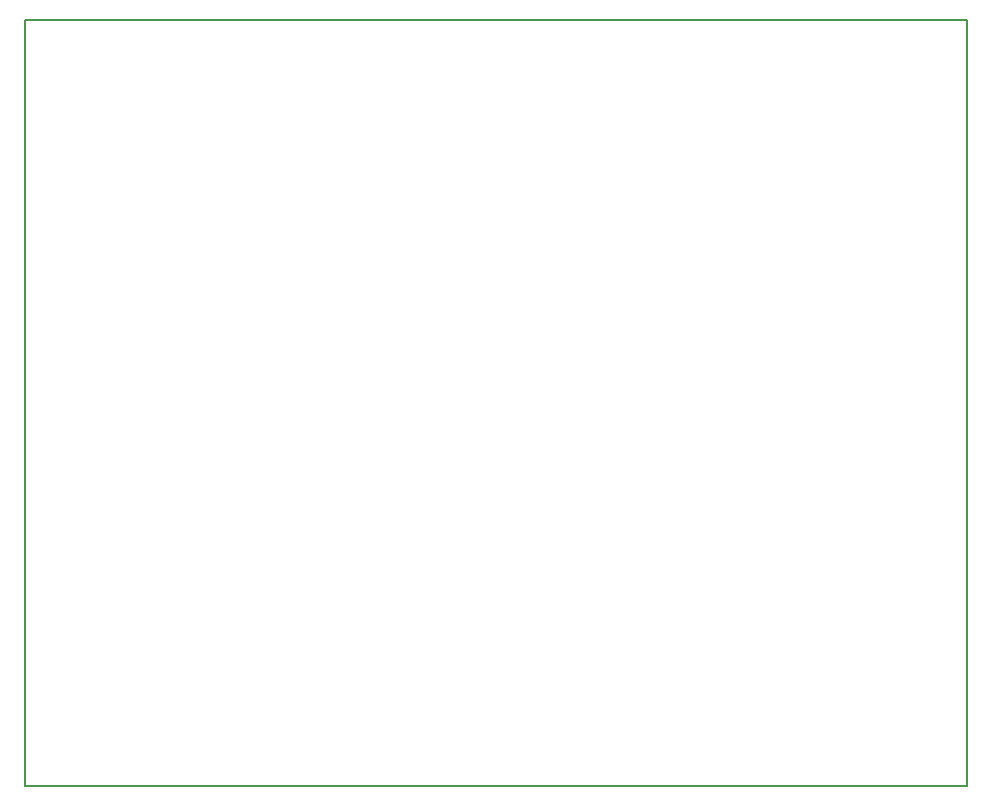
<source format=gm1>
G04 MADE WITH FRITZING*
G04 WWW.FRITZING.ORG*
G04 DOUBLE SIDED*
G04 HOLES PLATED*
G04 CONTOUR ON CENTER OF CONTOUR VECTOR*
%ASAXBY*%
%FSLAX23Y23*%
%MOIN*%
%OFA0B0*%
%SFA1.0B1.0*%
%ADD10R,3.149610X2.559060*%
%ADD11C,0.008000*%
%ADD10C,0.008*%
%LNCONTOUR*%
G90*
G70*
G54D10*
G54D11*
X4Y2555D02*
X3146Y2555D01*
X3146Y4D01*
X4Y4D01*
X4Y2555D01*
D02*
G04 End of contour*
M02*
</source>
